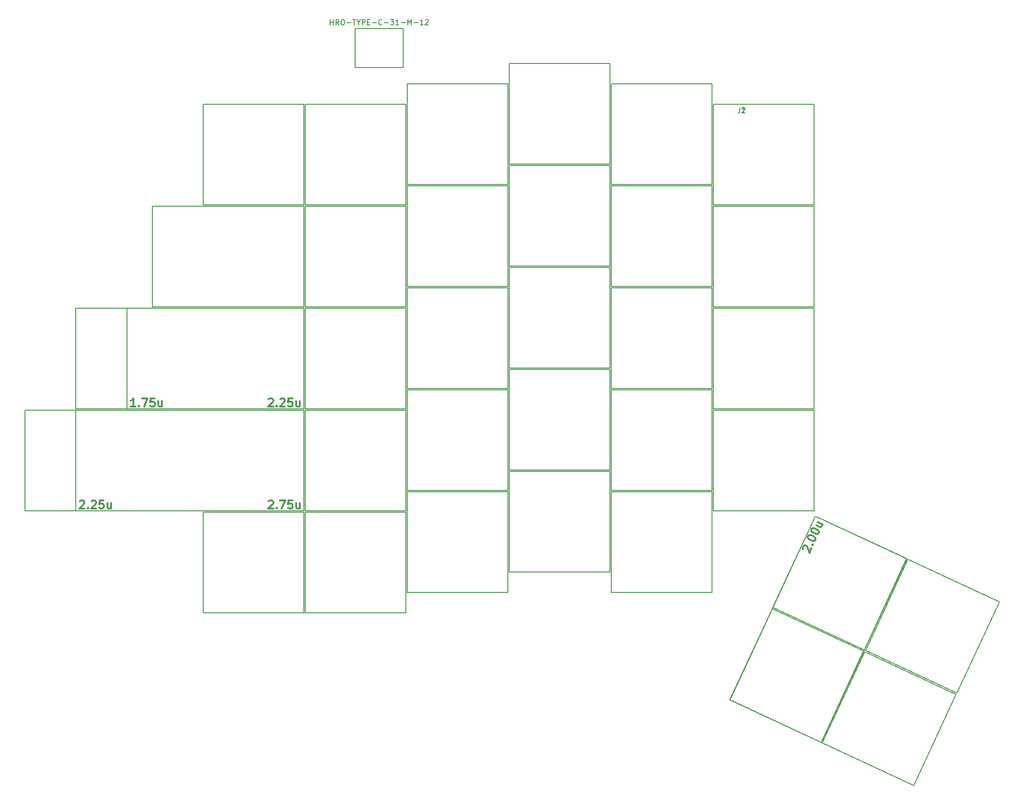
<source format=gbr>
G04 #@! TF.GenerationSoftware,KiCad,Pcbnew,(5.0.2)-1*
G04 #@! TF.CreationDate,2020-01-06T18:58:30+05:30*
G04 #@! TF.ProjectId,ergocape,6572676f-6361-4706-952e-6b696361645f,rev?*
G04 #@! TF.SameCoordinates,Original*
G04 #@! TF.FileFunction,Drawing*
%FSLAX46Y46*%
G04 Gerber Fmt 4.6, Leading zero omitted, Abs format (unit mm)*
G04 Created by KiCad (PCBNEW (5.0.2)-1) date 1/6/2020 6:58:30 PM*
%MOMM*%
%LPD*%
G01*
G04 APERTURE LIST*
%ADD10C,0.152400*%
%ADD11C,0.150000*%
%ADD12C,0.304800*%
G04 APERTURE END LIST*
D10*
G04 #@! TO.C,K_TAB1*
X74485500Y-49339500D02*
X46164500Y-49339500D01*
X46164500Y-49339500D02*
X46164500Y-68135500D01*
X46164500Y-68135500D02*
X74485500Y-68135500D01*
X74485500Y-68135500D02*
X74485500Y-49339500D01*
G04 #@! TO.C,K_TH_1U_2*
X179202823Y-132518631D02*
X196237784Y-140462164D01*
X196237784Y-140462164D02*
X188294251Y-157497125D01*
X188294251Y-157497125D02*
X171259290Y-149553592D01*
X171259290Y-149553592D02*
X179202823Y-132518631D01*
G04 #@! TO.C,K_2*
X93789500Y-26479500D02*
X112585500Y-26479500D01*
X112585500Y-26479500D02*
X112585500Y-45275500D01*
X112585500Y-45275500D02*
X93789500Y-45275500D01*
X93789500Y-45275500D02*
X93789500Y-26479500D01*
G04 #@! TO.C,K_3*
X112839500Y-41465500D02*
X112839500Y-22669500D01*
X131635500Y-41465500D02*
X112839500Y-41465500D01*
X131635500Y-22669500D02*
X131635500Y-41465500D01*
X112839500Y-22669500D02*
X131635500Y-22669500D01*
G04 #@! TO.C,K_4*
X131889500Y-26479500D02*
X150685500Y-26479500D01*
X150685500Y-26479500D02*
X150685500Y-45275500D01*
X150685500Y-45275500D02*
X131889500Y-45275500D01*
X131889500Y-45275500D02*
X131889500Y-26479500D01*
G04 #@! TO.C,K_5*
X150939500Y-30289500D02*
X169735500Y-30289500D01*
X169735500Y-30289500D02*
X169735500Y-49085500D01*
X169735500Y-49085500D02*
X150939500Y-49085500D01*
X150939500Y-49085500D02*
X150939500Y-30289500D01*
G04 #@! TO.C,K_A1*
X74739500Y-68389500D02*
X93535500Y-68389500D01*
X93535500Y-68389500D02*
X93535500Y-87185500D01*
X93535500Y-87185500D02*
X74739500Y-87185500D01*
X74739500Y-87185500D02*
X74739500Y-68389500D01*
G04 #@! TO.C,K_ALT1*
X74739500Y-125285500D02*
X74739500Y-106489500D01*
X93535500Y-125285500D02*
X74739500Y-125285500D01*
X93535500Y-106489500D02*
X93535500Y-125285500D01*
X74739500Y-106489500D02*
X93535500Y-106489500D01*
G04 #@! TO.C,K_B1*
X150939500Y-106235500D02*
X150939500Y-87439500D01*
X169735500Y-106235500D02*
X150939500Y-106235500D01*
X169735500Y-87439500D02*
X169735500Y-106235500D01*
X150939500Y-87439500D02*
X169735500Y-87439500D01*
G04 #@! TO.C,K_BOT_1U_1*
X112776000Y-117602000D02*
X112776000Y-98806000D01*
X131572000Y-117602000D02*
X112776000Y-117602000D01*
X131572000Y-98806000D02*
X131572000Y-117602000D01*
X112776000Y-98806000D02*
X131572000Y-98806000D01*
G04 #@! TO.C,K_BOT_1U_2*
X131826000Y-121412000D02*
X131826000Y-102616000D01*
X150622000Y-121412000D02*
X131826000Y-121412000D01*
X150622000Y-102616000D02*
X150622000Y-121412000D01*
X131826000Y-102616000D02*
X150622000Y-102616000D01*
G04 #@! TO.C,K_C1*
X112839500Y-79819500D02*
X131635500Y-79819500D01*
X131635500Y-79819500D02*
X131635500Y-98615500D01*
X131635500Y-98615500D02*
X112839500Y-98615500D01*
X112839500Y-98615500D02*
X112839500Y-79819500D01*
G04 #@! TO.C,K_CAPS1*
X41400730Y-68389500D02*
X74486770Y-68389500D01*
X74486770Y-68389500D02*
X74486770Y-87185500D01*
X74486770Y-87185500D02*
X41400730Y-87185500D01*
X41400730Y-87185500D02*
X41400730Y-68389500D01*
G04 #@! TO.C,K_CTRL1*
X55689500Y-125285500D02*
X55689500Y-106489500D01*
X74485500Y-125285500D02*
X55689500Y-125285500D01*
X74485500Y-106489500D02*
X74485500Y-125285500D01*
X55689500Y-106489500D02*
X74485500Y-106489500D01*
G04 #@! TO.C,K_D1*
X112839500Y-60769500D02*
X131635500Y-60769500D01*
X131635500Y-60769500D02*
X131635500Y-79565500D01*
X131635500Y-79565500D02*
X112839500Y-79565500D01*
X112839500Y-79565500D02*
X112839500Y-60769500D01*
G04 #@! TO.C,K_E1*
X112839500Y-41719500D02*
X131635500Y-41719500D01*
X131635500Y-41719500D02*
X131635500Y-60515500D01*
X131635500Y-60515500D02*
X112839500Y-60515500D01*
X112839500Y-60515500D02*
X112839500Y-41719500D01*
G04 #@! TO.C,K_ENTER_rev_2.25u_1*
X74486770Y-87185500D02*
X74486770Y-68389500D01*
X31875730Y-87185500D02*
X74486770Y-87185500D01*
X31875730Y-68389500D02*
X31875730Y-87185500D01*
X74486770Y-68389500D02*
X31875730Y-68389500D01*
G04 #@! TO.C,K_ESC1*
X55689500Y-49085500D02*
X55689500Y-30289500D01*
X74485500Y-49085500D02*
X55689500Y-49085500D01*
X74485500Y-30289500D02*
X74485500Y-49085500D01*
X55689500Y-30289500D02*
X74485500Y-30289500D01*
G04 #@! TO.C,K_F1*
X131889500Y-83375500D02*
X131889500Y-64579500D01*
X150685500Y-83375500D02*
X131889500Y-83375500D01*
X150685500Y-64579500D02*
X150685500Y-83375500D01*
X131889500Y-64579500D02*
X150685500Y-64579500D01*
G04 #@! TO.C,K_G1*
X150939500Y-68389500D02*
X169735500Y-68389500D01*
X169735500Y-68389500D02*
X169735500Y-87185500D01*
X169735500Y-87185500D02*
X150939500Y-87185500D01*
X150939500Y-87185500D02*
X150939500Y-68389500D01*
G04 #@! TO.C,K_Q1*
X74739500Y-68135500D02*
X74739500Y-49339500D01*
X93535500Y-68135500D02*
X74739500Y-68135500D01*
X93535500Y-49339500D02*
X93535500Y-68135500D01*
X74739500Y-49339500D02*
X93535500Y-49339500D01*
G04 #@! TO.C,K_R1*
X131889500Y-64325500D02*
X131889500Y-45529500D01*
X150685500Y-64325500D02*
X131889500Y-64325500D01*
X150685500Y-45529500D02*
X150685500Y-64325500D01*
X131889500Y-45529500D02*
X150685500Y-45529500D01*
G04 #@! TO.C,K_S1*
X93789500Y-83375500D02*
X93789500Y-64579500D01*
X112585500Y-83375500D02*
X93789500Y-83375500D01*
X112585500Y-64579500D02*
X112585500Y-83375500D01*
X93789500Y-64579500D02*
X112585500Y-64579500D01*
G04 #@! TO.C,K_SHIFT1*
X31875730Y-87439500D02*
X74486770Y-87439500D01*
X74486770Y-87439500D02*
X74486770Y-106235500D01*
X74486770Y-106235500D02*
X31875730Y-106235500D01*
X31875730Y-106235500D02*
X31875730Y-87439500D01*
G04 #@! TO.C,K_SHIFT_REV_2.75_1*
X74486770Y-87439500D02*
X22350730Y-87439500D01*
X22350730Y-87439500D02*
X22350730Y-106235500D01*
X22350730Y-106235500D02*
X74486770Y-106235500D01*
X74486770Y-106235500D02*
X74486770Y-87439500D01*
G04 #@! TO.C,K_T1*
X150939500Y-49339500D02*
X169735500Y-49339500D01*
X169735500Y-49339500D02*
X169735500Y-68135500D01*
X169735500Y-68135500D02*
X150939500Y-68135500D01*
X150939500Y-68135500D02*
X150939500Y-49339500D01*
G04 #@! TO.C,K_TH_1U_1*
X187253702Y-115253468D02*
X204288663Y-123197001D01*
X204288663Y-123197001D02*
X196345130Y-140231962D01*
X196345130Y-140231962D02*
X179310169Y-132288429D01*
X179310169Y-132288429D02*
X187253702Y-115253468D01*
G04 #@! TO.C,K_V1*
X131889500Y-83629500D02*
X150685500Y-83629500D01*
X150685500Y-83629500D02*
X150685500Y-102425500D01*
X150685500Y-102425500D02*
X131889500Y-102425500D01*
X131889500Y-102425500D02*
X131889500Y-83629500D01*
G04 #@! TO.C,K_W1*
X93789500Y-45529500D02*
X112585500Y-45529500D01*
X112585500Y-45529500D02*
X112585500Y-64325500D01*
X112585500Y-64325500D02*
X93789500Y-64325500D01*
X93789500Y-64325500D02*
X93789500Y-45529500D01*
G04 #@! TO.C,K_WIN1*
X93789500Y-102679500D02*
X112585500Y-102679500D01*
X112585500Y-102679500D02*
X112585500Y-121475500D01*
X112585500Y-121475500D02*
X93789500Y-121475500D01*
X93789500Y-121475500D02*
X93789500Y-102679500D01*
G04 #@! TO.C,K_X1*
X93789500Y-102425500D02*
X93789500Y-83629500D01*
X112585500Y-102425500D02*
X93789500Y-102425500D01*
X112585500Y-83629500D02*
X112585500Y-102425500D01*
X93789500Y-83629500D02*
X112585500Y-83629500D01*
G04 #@! TO.C,K_Z1*
X74739500Y-106235500D02*
X74739500Y-87439500D01*
X93535500Y-106235500D02*
X74739500Y-106235500D01*
X93535500Y-87439500D02*
X93535500Y-106235500D01*
X74739500Y-87439500D02*
X93535500Y-87439500D01*
D11*
G04 #@! TO.C,USB_1*
X84049000Y-23429000D02*
X92989000Y-23429000D01*
X92989000Y-16129000D02*
X92989000Y-23429000D01*
X84049000Y-16129000D02*
X84049000Y-23429000D01*
X84049000Y-16129000D02*
X92989000Y-16129000D01*
D10*
G04 #@! TO.C,K_1*
X74739500Y-30289500D02*
X93535500Y-30289500D01*
X93535500Y-30289500D02*
X93535500Y-49085500D01*
X93535500Y-49085500D02*
X74739500Y-49085500D01*
X74739500Y-49085500D02*
X74739500Y-30289500D01*
G04 #@! TO.C,K_THUMB_1U_4*
X169976329Y-107190737D02*
X187011290Y-115134270D01*
X187011290Y-115134270D02*
X179067757Y-132169231D01*
X179067757Y-132169231D02*
X162032796Y-124225698D01*
X162032796Y-124225698D02*
X169976329Y-107190737D01*
G04 #@! TO.C,K_THUMB_1U_3*
X171016879Y-149434394D02*
X153981918Y-141490861D01*
X153981918Y-141490861D02*
X161925451Y-124455900D01*
X161925451Y-124455900D02*
X178960412Y-132399433D01*
X178960412Y-132399433D02*
X171016879Y-149434394D01*
G04 #@! TO.C,K_THUMB_2U1*
X187023499Y-115146124D02*
X171029088Y-149446249D01*
X171029088Y-149446249D02*
X153994127Y-141502716D01*
X153994127Y-141502716D02*
X169988538Y-107202591D01*
X169988538Y-107202591D02*
X187023499Y-115146124D01*
G04 #@! TD*
G04 #@! TO.C,K_CAPS1*
D12*
X43015444Y-86731928D02*
X42144587Y-86731928D01*
X42580015Y-86731928D02*
X42580015Y-85207928D01*
X42434872Y-85425642D01*
X42289730Y-85570785D01*
X42144587Y-85643357D01*
X43668587Y-86586785D02*
X43741158Y-86659357D01*
X43668587Y-86731928D01*
X43596015Y-86659357D01*
X43668587Y-86586785D01*
X43668587Y-86731928D01*
X44249158Y-85207928D02*
X45265158Y-85207928D01*
X44612015Y-86731928D01*
X46571444Y-85207928D02*
X45845730Y-85207928D01*
X45773158Y-85933642D01*
X45845730Y-85861071D01*
X45990872Y-85788500D01*
X46353730Y-85788500D01*
X46498872Y-85861071D01*
X46571444Y-85933642D01*
X46644015Y-86078785D01*
X46644015Y-86441642D01*
X46571444Y-86586785D01*
X46498872Y-86659357D01*
X46353730Y-86731928D01*
X45990872Y-86731928D01*
X45845730Y-86659357D01*
X45773158Y-86586785D01*
X47950301Y-85715928D02*
X47950301Y-86731928D01*
X47297158Y-85715928D02*
X47297158Y-86514214D01*
X47369730Y-86659357D01*
X47514872Y-86731928D01*
X47732587Y-86731928D01*
X47877730Y-86659357D01*
X47950301Y-86586785D01*
G04 #@! TO.C,K_ENTER_rev_2.25u_1*
X67864627Y-85353071D02*
X67937198Y-85280500D01*
X68082341Y-85207928D01*
X68445198Y-85207928D01*
X68590341Y-85280500D01*
X68662912Y-85353071D01*
X68735484Y-85498214D01*
X68735484Y-85643357D01*
X68662912Y-85861071D01*
X67792055Y-86731928D01*
X68735484Y-86731928D01*
X69388627Y-86586785D02*
X69461198Y-86659357D01*
X69388627Y-86731928D01*
X69316055Y-86659357D01*
X69388627Y-86586785D01*
X69388627Y-86731928D01*
X70041770Y-85353071D02*
X70114341Y-85280500D01*
X70259484Y-85207928D01*
X70622341Y-85207928D01*
X70767484Y-85280500D01*
X70840055Y-85353071D01*
X70912627Y-85498214D01*
X70912627Y-85643357D01*
X70840055Y-85861071D01*
X69969198Y-86731928D01*
X70912627Y-86731928D01*
X72291484Y-85207928D02*
X71565770Y-85207928D01*
X71493198Y-85933642D01*
X71565770Y-85861071D01*
X71710912Y-85788500D01*
X72073770Y-85788500D01*
X72218912Y-85861071D01*
X72291484Y-85933642D01*
X72364055Y-86078785D01*
X72364055Y-86441642D01*
X72291484Y-86586785D01*
X72218912Y-86659357D01*
X72073770Y-86731928D01*
X71710912Y-86731928D01*
X71565770Y-86659357D01*
X71493198Y-86586785D01*
X73670341Y-85715928D02*
X73670341Y-86731928D01*
X73017198Y-85715928D02*
X73017198Y-86514214D01*
X73089770Y-86659357D01*
X73234912Y-86731928D01*
X73452627Y-86731928D01*
X73597770Y-86659357D01*
X73670341Y-86586785D01*
G04 #@! TO.C,K_SHIFT1*
X32619587Y-104403071D02*
X32692158Y-104330500D01*
X32837301Y-104257928D01*
X33200158Y-104257928D01*
X33345301Y-104330500D01*
X33417872Y-104403071D01*
X33490444Y-104548214D01*
X33490444Y-104693357D01*
X33417872Y-104911071D01*
X32547015Y-105781928D01*
X33490444Y-105781928D01*
X34143587Y-105636785D02*
X34216158Y-105709357D01*
X34143587Y-105781928D01*
X34071015Y-105709357D01*
X34143587Y-105636785D01*
X34143587Y-105781928D01*
X34796730Y-104403071D02*
X34869301Y-104330500D01*
X35014444Y-104257928D01*
X35377301Y-104257928D01*
X35522444Y-104330500D01*
X35595015Y-104403071D01*
X35667587Y-104548214D01*
X35667587Y-104693357D01*
X35595015Y-104911071D01*
X34724158Y-105781928D01*
X35667587Y-105781928D01*
X37046444Y-104257928D02*
X36320730Y-104257928D01*
X36248158Y-104983642D01*
X36320730Y-104911071D01*
X36465872Y-104838500D01*
X36828730Y-104838500D01*
X36973872Y-104911071D01*
X37046444Y-104983642D01*
X37119015Y-105128785D01*
X37119015Y-105491642D01*
X37046444Y-105636785D01*
X36973872Y-105709357D01*
X36828730Y-105781928D01*
X36465872Y-105781928D01*
X36320730Y-105709357D01*
X36248158Y-105636785D01*
X38425301Y-104765928D02*
X38425301Y-105781928D01*
X37772158Y-104765928D02*
X37772158Y-105564214D01*
X37844730Y-105709357D01*
X37989872Y-105781928D01*
X38207587Y-105781928D01*
X38352730Y-105709357D01*
X38425301Y-105636785D01*
G04 #@! TO.C,K_SHIFT_REV_2.75_1*
X67864627Y-104403071D02*
X67937198Y-104330500D01*
X68082341Y-104257928D01*
X68445198Y-104257928D01*
X68590341Y-104330500D01*
X68662912Y-104403071D01*
X68735484Y-104548214D01*
X68735484Y-104693357D01*
X68662912Y-104911071D01*
X67792055Y-105781928D01*
X68735484Y-105781928D01*
X69388627Y-105636785D02*
X69461198Y-105709357D01*
X69388627Y-105781928D01*
X69316055Y-105709357D01*
X69388627Y-105636785D01*
X69388627Y-105781928D01*
X69969198Y-104257928D02*
X70985198Y-104257928D01*
X70332055Y-105781928D01*
X72291484Y-104257928D02*
X71565770Y-104257928D01*
X71493198Y-104983642D01*
X71565770Y-104911071D01*
X71710912Y-104838500D01*
X72073770Y-104838500D01*
X72218912Y-104911071D01*
X72291484Y-104983642D01*
X72364055Y-105128785D01*
X72364055Y-105491642D01*
X72291484Y-105636785D01*
X72218912Y-105709357D01*
X72073770Y-105781928D01*
X71710912Y-105781928D01*
X71565770Y-105709357D01*
X71493198Y-105636785D01*
X73670341Y-104765928D02*
X73670341Y-105781928D01*
X73017198Y-104765928D02*
X73017198Y-105564214D01*
X73089770Y-105709357D01*
X73234912Y-105781928D01*
X73452627Y-105781928D01*
X73597770Y-105709357D01*
X73670341Y-105636785D01*
G04 #@! TO.C,USB_1*
D11*
X79376142Y-15431380D02*
X79376142Y-14431380D01*
X79376142Y-14907571D02*
X79947571Y-14907571D01*
X79947571Y-15431380D02*
X79947571Y-14431380D01*
X80995190Y-15431380D02*
X80661857Y-14955190D01*
X80423761Y-15431380D02*
X80423761Y-14431380D01*
X80804714Y-14431380D01*
X80899952Y-14479000D01*
X80947571Y-14526619D01*
X80995190Y-14621857D01*
X80995190Y-14764714D01*
X80947571Y-14859952D01*
X80899952Y-14907571D01*
X80804714Y-14955190D01*
X80423761Y-14955190D01*
X81614238Y-14431380D02*
X81804714Y-14431380D01*
X81899952Y-14479000D01*
X81995190Y-14574238D01*
X82042809Y-14764714D01*
X82042809Y-15098047D01*
X81995190Y-15288523D01*
X81899952Y-15383761D01*
X81804714Y-15431380D01*
X81614238Y-15431380D01*
X81519000Y-15383761D01*
X81423761Y-15288523D01*
X81376142Y-15098047D01*
X81376142Y-14764714D01*
X81423761Y-14574238D01*
X81519000Y-14479000D01*
X81614238Y-14431380D01*
X82471380Y-15050428D02*
X83233285Y-15050428D01*
X83566619Y-14431380D02*
X84138047Y-14431380D01*
X83852333Y-15431380D02*
X83852333Y-14431380D01*
X84661857Y-14955190D02*
X84661857Y-15431380D01*
X84328523Y-14431380D02*
X84661857Y-14955190D01*
X84995190Y-14431380D01*
X85328523Y-15431380D02*
X85328523Y-14431380D01*
X85709476Y-14431380D01*
X85804714Y-14479000D01*
X85852333Y-14526619D01*
X85899952Y-14621857D01*
X85899952Y-14764714D01*
X85852333Y-14859952D01*
X85804714Y-14907571D01*
X85709476Y-14955190D01*
X85328523Y-14955190D01*
X86328523Y-14907571D02*
X86661857Y-14907571D01*
X86804714Y-15431380D02*
X86328523Y-15431380D01*
X86328523Y-14431380D01*
X86804714Y-14431380D01*
X87233285Y-15050428D02*
X87995190Y-15050428D01*
X89042809Y-15336142D02*
X88995190Y-15383761D01*
X88852333Y-15431380D01*
X88757095Y-15431380D01*
X88614238Y-15383761D01*
X88519000Y-15288523D01*
X88471380Y-15193285D01*
X88423761Y-15002809D01*
X88423761Y-14859952D01*
X88471380Y-14669476D01*
X88519000Y-14574238D01*
X88614238Y-14479000D01*
X88757095Y-14431380D01*
X88852333Y-14431380D01*
X88995190Y-14479000D01*
X89042809Y-14526619D01*
X89471380Y-15050428D02*
X90233285Y-15050428D01*
X90614238Y-14431380D02*
X91233285Y-14431380D01*
X90899952Y-14812333D01*
X91042809Y-14812333D01*
X91138047Y-14859952D01*
X91185666Y-14907571D01*
X91233285Y-15002809D01*
X91233285Y-15240904D01*
X91185666Y-15336142D01*
X91138047Y-15383761D01*
X91042809Y-15431380D01*
X90757095Y-15431380D01*
X90661857Y-15383761D01*
X90614238Y-15336142D01*
X92185666Y-15431380D02*
X91614238Y-15431380D01*
X91899952Y-15431380D02*
X91899952Y-14431380D01*
X91804714Y-14574238D01*
X91709476Y-14669476D01*
X91614238Y-14717095D01*
X92614238Y-15050428D02*
X93376142Y-15050428D01*
X93852333Y-15431380D02*
X93852333Y-14431380D01*
X94185666Y-15145666D01*
X94519000Y-14431380D01*
X94519000Y-15431380D01*
X94995190Y-15050428D02*
X95757095Y-15050428D01*
X96757095Y-15431380D02*
X96185666Y-15431380D01*
X96471380Y-15431380D02*
X96471380Y-14431380D01*
X96376142Y-14574238D01*
X96280904Y-14669476D01*
X96185666Y-14717095D01*
X97138047Y-14526619D02*
X97185666Y-14479000D01*
X97280904Y-14431380D01*
X97519000Y-14431380D01*
X97614238Y-14479000D01*
X97661857Y-14526619D01*
X97709476Y-14621857D01*
X97709476Y-14717095D01*
X97661857Y-14859952D01*
X97090428Y-15431380D01*
X97709476Y-15431380D01*
G04 #@! TO.C,K_THUMB_2U1*
D12*
X167600975Y-113395978D02*
X167565873Y-113299536D01*
X167561441Y-113137322D01*
X167714791Y-112808462D01*
X167841903Y-112707588D01*
X167938345Y-112672486D01*
X168100559Y-112668054D01*
X168232103Y-112729394D01*
X168398749Y-112887176D01*
X168819974Y-114044481D01*
X169218684Y-113189444D01*
X169363170Y-112536156D02*
X169459612Y-112501054D01*
X169494714Y-112597496D01*
X169398272Y-112632598D01*
X169363170Y-112536156D01*
X169494714Y-112597496D01*
X168542881Y-111032617D02*
X168604221Y-110901073D01*
X168731333Y-110800198D01*
X168827775Y-110765096D01*
X168989989Y-110760664D01*
X169283747Y-110817572D01*
X169612608Y-110970922D01*
X169845026Y-111159375D01*
X169945900Y-111286487D01*
X169981002Y-111382929D01*
X169985434Y-111545143D01*
X169924094Y-111676687D01*
X169796982Y-111777561D01*
X169700540Y-111812663D01*
X169538326Y-111817095D01*
X169244567Y-111760187D01*
X168915707Y-111606837D01*
X168683289Y-111418385D01*
X168582415Y-111291273D01*
X168547313Y-111194831D01*
X168542881Y-111032617D01*
X169156281Y-109717176D02*
X169217621Y-109585632D01*
X169344733Y-109484757D01*
X169441175Y-109449655D01*
X169603389Y-109445223D01*
X169897148Y-109502131D01*
X170226008Y-109655481D01*
X170458426Y-109843934D01*
X170559300Y-109971046D01*
X170594402Y-110067488D01*
X170598834Y-110229702D01*
X170537494Y-110361246D01*
X170410382Y-110462120D01*
X170313940Y-110497222D01*
X170151726Y-110501654D01*
X169857968Y-110444746D01*
X169529107Y-110291396D01*
X169296689Y-110102944D01*
X169195815Y-109975832D01*
X169160713Y-109879390D01*
X169156281Y-109717176D01*
X170383436Y-108287564D02*
X171304244Y-108716945D01*
X170107406Y-108879513D02*
X170830898Y-109216883D01*
X170993112Y-109212451D01*
X171120224Y-109111577D01*
X171212234Y-108914261D01*
X171207802Y-108752047D01*
X171172700Y-108655605D01*
G04 #@! TO.C,J1*
D11*
X155828786Y-30881110D02*
X155828786Y-31595396D01*
X155781167Y-31738253D01*
X155685929Y-31833491D01*
X155543072Y-31881110D01*
X155447834Y-31881110D01*
X156828786Y-31881110D02*
X156257358Y-31881110D01*
X156543072Y-31881110D02*
X156543072Y-30881110D01*
X156447834Y-31023968D01*
X156352596Y-31119206D01*
X156257358Y-31166825D01*
G04 #@! TO.C,J2*
X155828786Y-30881110D02*
X155828786Y-31595396D01*
X155781167Y-31738253D01*
X155685929Y-31833491D01*
X155543072Y-31881110D01*
X155447834Y-31881110D01*
X156257358Y-30976349D02*
X156304977Y-30928730D01*
X156400215Y-30881110D01*
X156638310Y-30881110D01*
X156733548Y-30928730D01*
X156781167Y-30976349D01*
X156828786Y-31071587D01*
X156828786Y-31166825D01*
X156781167Y-31309682D01*
X156209739Y-31881110D01*
X156828786Y-31881110D01*
G04 #@! TD*
M02*

</source>
